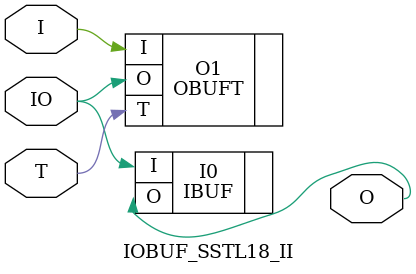
<source format=v>


`timescale  1 ps / 1 ps


module IOBUF_SSTL18_II (O, IO, I, T);

    output O;

    inout  IO;

    input  I, T;

        OBUFT #(.IOSTANDARD("SSTL18_II") ) O1 (.O(IO), .I(I), .T(T)); 
	IBUF #(.IOSTANDARD("SSTL18_II"))  I0 (.O(O), .I(IO));
        

endmodule



</source>
